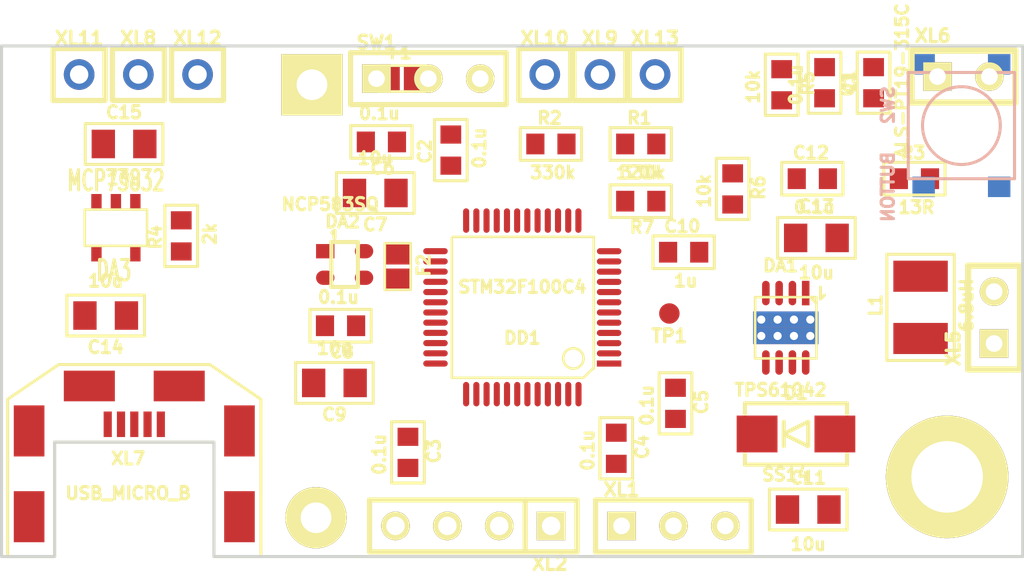
<source format=kicad_pcb>
(kicad_pcb (version 3) (host pcbnew "(2013-05-16 BZR 4016)-stable")

  (general
    (links 114)
    (no_connects 112)
    (area 117.424999 124.424999 167.575001 149.575001)
    (thickness 1.6)
    (drawings 9)
    (tracks 0)
    (zones 0)
    (modules 48)
    (nets 23)
  )

  (page A3)
  (layers
    (15 F.Cu signal)
    (0 B.Cu signal)
    (16 B.Adhes user)
    (17 F.Adhes user)
    (18 B.Paste user)
    (19 F.Paste user)
    (20 B.SilkS user)
    (21 F.SilkS user)
    (22 B.Mask user)
    (23 F.Mask user)
    (24 Dwgs.User user)
    (25 Cmts.User user)
    (26 Eco1.User user)
    (27 Eco2.User user)
    (28 Edge.Cuts user)
  )

  (setup
    (last_trace_width 0.254)
    (trace_clearance 0.254)
    (zone_clearance 0.508)
    (zone_45_only no)
    (trace_min 0.254)
    (segment_width 0.2)
    (edge_width 0.15)
    (via_size 0.889)
    (via_drill 0.635)
    (via_min_size 0.889)
    (via_min_drill 0.508)
    (uvia_size 0.508)
    (uvia_drill 0.127)
    (uvias_allowed no)
    (uvia_min_size 0.508)
    (uvia_min_drill 0.127)
    (pcb_text_width 0.3)
    (pcb_text_size 1.5 1.5)
    (mod_edge_width 0.15)
    (mod_text_size 1.5 1.5)
    (mod_text_width 0.15)
    (pad_size 1.4 1.4)
    (pad_drill 0.6)
    (pad_to_mask_clearance 0.2)
    (aux_axis_origin 0 0)
    (visible_elements 7FFFFBFF)
    (pcbplotparams
      (layerselection 3178497)
      (usegerberextensions true)
      (excludeedgelayer true)
      (linewidth 0.150000)
      (plotframeref false)
      (viasonmask false)
      (mode 1)
      (useauxorigin false)
      (hpglpennumber 1)
      (hpglpenspeed 20)
      (hpglpendiameter 15)
      (hpglpenoverlay 2)
      (psnegative false)
      (psa4output false)
      (plotreference true)
      (plotvalue true)
      (plotothertext true)
      (plotinvisibletext false)
      (padsonsilk false)
      (subtractmaskfromsilk false)
      (outputformat 1)
      (mirror false)
      (drillshape 1)
      (scaleselection 1)
      (outputdirectory ""))
  )

  (net 0 "")
  (net 1 +3.3V)
  (net 2 +5V)
  (net 3 +BATT)
  (net 4 /BAT_IN)
  (net 5 /BTN)
  (net 6 /Charge)
  (net 7 /FB)
  (net 8 /RX)
  (net 9 /SB_SWCLK)
  (net 10 /SB_SWDAT)
  (net 11 /TX)
  (net 12 GND)
  (net 13 N-0000017)
  (net 14 N-0000018)
  (net 15 N-0000020)
  (net 16 N-0000021)
  (net 17 N-0000022)
  (net 18 N-0000024)
  (net 19 N-000003)
  (net 20 N-000004)
  (net 21 N-000005)
  (net 22 N-000006)

  (net_class Default "This is the default net class."
    (clearance 0.254)
    (trace_width 0.254)
    (via_dia 0.889)
    (via_drill 0.635)
    (uvia_dia 0.508)
    (uvia_drill 0.127)
    (add_net "")
    (add_net +3.3V)
    (add_net +5V)
    (add_net +BATT)
    (add_net /BAT_IN)
    (add_net /BTN)
    (add_net /Charge)
    (add_net /FB)
    (add_net /RX)
    (add_net /SB_SWCLK)
    (add_net /SB_SWDAT)
    (add_net /TX)
    (add_net GND)
    (add_net N-0000017)
    (add_net N-0000018)
    (add_net N-0000020)
    (add_net N-0000021)
    (add_net N-0000022)
    (add_net N-0000024)
    (add_net N-000003)
    (add_net N-000004)
    (add_net N-000005)
    (add_net N-000006)
  )

  (module USBmicro_MOLEX_WM17142 (layer F.Cu) (tedit 51E2BEEB) (tstamp 51E2B1F1)
    (at 124 143.9 90)
    (descr "Molex uUSB, PCB cut needed")
    (path /51E2D2D1)
    (fp_text reference XL7 (at -0.8 -0.3 180) (layer F.SilkS)
      (effects (font (size 0.6 0.6) (thickness 0.15)))
    )
    (fp_text value USB_MICRO_B (at -2.5 -0.3 180) (layer F.SilkS)
      (effects (font (size 0.6 0.6) (thickness 0.15)))
    )
    (fp_line (start -5.6 -3.9) (end -5.6 -6.2) (layer F.SilkS) (width 0.15))
    (fp_line (start -5.6 -6.2) (end 2.1 -6.2) (layer F.SilkS) (width 0.15))
    (fp_line (start 2.1 -6.2) (end 3.8 -3.7) (layer F.SilkS) (width 0.15))
    (fp_line (start 3.8 -3.7) (end 3.8 3.7) (layer F.SilkS) (width 0.15))
    (fp_line (start 3.8 3.7) (end 2.1 6.2) (layer F.SilkS) (width 0.15))
    (fp_line (start 2.1 6.2) (end -5.6 6.2) (layer F.SilkS) (width 0.15))
    (fp_line (start -5.6 6.2) (end -5.6 3.9) (layer F.SilkS) (width 0.15))
    (fp_line (start -5.6 -3.9) (end 0 -3.9) (layer F.SilkS) (width 0.15))
    (fp_line (start 0 -3.9) (end 0 3.9) (layer F.SilkS) (width 0.15))
    (fp_line (start 0 3.9) (end -5.6 3.9) (layer F.SilkS) (width 0.15))
    (pad SHLD smd rect (at -3.65 -5.15 90) (size 2.5 1.5)
      (layers F.Cu F.Paste F.Mask)
      (net 12 GND)
    )
    (pad SHLD smd rect (at -3.65 5.15 90) (size 2.5 1.5)
      (layers F.Cu F.Paste F.Mask)
      (net 12 GND)
    )
    (pad SHLD smd rect (at 0.55 -5.15 90) (size 2.5 1.5)
      (layers F.Cu F.Paste F.Mask)
      (net 12 GND)
    )
    (pad SHLD smd rect (at 0.55 5.15 90) (size 2.5 1.5)
      (layers F.Cu F.Paste F.Mask)
      (net 12 GND)
    )
    (pad SHLD smd rect (at 2.75 -2.2 180) (size 2.5 1.5)
      (layers F.Cu F.Paste F.Mask)
      (net 12 GND)
    )
    (pad SHLD smd rect (at 2.75 2.2 180) (size 2.5 1.5)
      (layers F.Cu F.Paste F.Mask)
      (net 12 GND)
    )
    (pad 1 smd rect (at 0.875 -1.3 90) (size 1.25 0.4)
      (layers F.Cu F.Paste F.Mask)
      (net 2 +5V)
    )
    (pad 2 smd rect (at 0.875 -0.65 90) (size 1.25 0.4)
      (layers F.Cu F.Paste F.Mask)
    )
    (pad 3 smd rect (at 0.875 0 90) (size 1.25 0.4)
      (layers F.Cu F.Paste F.Mask)
    )
    (pad 4 smd rect (at 0.875 0.65 90) (size 1.25 0.4)
      (layers F.Cu F.Paste F.Mask)
      (net 12 GND)
    )
    (pad 5 smd rect (at 0.875 1.3 90) (size 1.25 0.4)
      (layers F.Cu F.Paste F.Mask)
      (net 12 GND)
    )
  )

  (module TESTPOINT_1MM (layer F.Cu) (tedit 4CE9A986) (tstamp 51E2B1F6)
    (at 150.2 137.6)
    (path /5102E827)
    (fp_text reference TP1 (at 0 1.09982) (layer F.SilkS)
      (effects (font (size 0.635 0.635) (thickness 0.16002)))
    )
    (fp_text value TESTPOINT (at 0 -0.89916) (layer F.SilkS) hide
      (effects (font (size 0.127 0.127) (thickness 0.00254)))
    )
    (pad 1 smd circle (at 0 0) (size 1.00076 1.524)
      (layers F.Cu F.Paste F.Mask)
      (net 20 N-000004)
    )
  )

  (module SOT23-5 (layer F.Cu) (tedit 4FFB44DF) (tstamp 51E2B203)
    (at 123.1 133.4 180)
    (descr SOT23-5)
    (path /51E2C610)
    (attr smd)
    (fp_text reference DA3 (at 0.09906 -2.10058 180) (layer F.SilkS)
      (effects (font (size 1.00076 0.59944) (thickness 0.14986)))
    )
    (fp_text value MCP73832 (at 0 2.30124 180) (layer F.SilkS)
      (effects (font (size 1.00076 0.59944) (thickness 0.14986)))
    )
    (fp_line (start 1.524 -0.889) (end 1.524 0.889) (layer F.SilkS) (width 0.127))
    (fp_line (start 1.524 0.889) (end -1.524 0.889) (layer F.SilkS) (width 0.127))
    (fp_line (start -1.524 0.889) (end -1.524 -0.889) (layer F.SilkS) (width 0.127))
    (fp_line (start -1.524 -0.889) (end 1.524 -0.889) (layer F.SilkS) (width 0.127))
    (pad 1 smd rect (at -0.9525 1.27 180) (size 0.508 0.762)
      (layers F.Cu F.Paste F.Mask)
      (net 6 /Charge)
    )
    (pad 3 smd rect (at 0.9525 1.27 180) (size 0.508 0.762)
      (layers F.Cu F.Paste F.Mask)
      (net 3 +BATT)
    )
    (pad 5 smd rect (at -0.9525 -1.27 180) (size 0.508 0.762)
      (layers F.Cu F.Paste F.Mask)
      (net 22 N-000006)
    )
    (pad 2 smd rect (at 0 1.27 180) (size 0.508 0.762)
      (layers F.Cu F.Paste F.Mask)
      (net 12 GND)
    )
    (pad 4 smd rect (at 0.9525 -1.27 180) (size 0.508 0.762)
      (layers F.Cu F.Paste F.Mask)
      (net 2 +5V)
    )
    (model 3d\sot23-5.wrl
      (at (xyz 0 0 0))
      (scale (xyz 1 1 1))
      (rotate (xyz 0 0 0))
    )
  )

  (module SMD0603_FUSE (layer F.Cu) (tedit 518CFA58) (tstamp 51E2B20D)
    (at 137.1 126.1)
    (path /518BEE94)
    (attr smd)
    (fp_text reference F1 (at -0.0635 -1.27) (layer F.SilkS)
      (effects (font (size 0.6 0.6) (thickness 0.15)))
    )
    (fp_text value FUSE0R (at 0 0) (layer F.SilkS) hide
      (effects (font (size 0.7112 0.4572) (thickness 0.1143)))
    )
    (fp_line (start -1.143 -0.635) (end 1.143 -0.635) (layer F.SilkS) (width 0.127))
    (fp_line (start 1.143 -0.635) (end 1.143 0.635) (layer F.SilkS) (width 0.127))
    (fp_line (start 1.143 0.635) (end -1.143 0.635) (layer F.SilkS) (width 0.127))
    (fp_line (start -1.143 0.635) (end -1.143 -0.635) (layer F.SilkS) (width 0.127))
    (pad 1 smd rect (at -0.58928 0) (size 0.98044 1.143)
      (layers F.Cu F.Paste F.Mask)
      (net 4 /BAT_IN)
    )
    (pad 2 smd rect (at 0.58928 0) (size 0.98044 1.143)
      (layers F.Cu F.Paste F.Mask)
      (net 3 +BATT)
    )
    (model wings\smd\capacitors\C0603.wrl
      (at (xyz 0 0 0))
      (scale (xyz 1 1 1))
      (rotate (xyz 0 0 0))
    )
  )

  (module SMD0603_FUSE (layer F.Cu) (tedit 518CFA58) (tstamp 51E2B217)
    (at 136.9 135.3 270)
    (path /51E1315F)
    (attr smd)
    (fp_text reference F2 (at -0.0635 -1.27 270) (layer F.SilkS)
      (effects (font (size 0.6 0.6) (thickness 0.15)))
    )
    (fp_text value FUSE0R (at 0 0 270) (layer F.SilkS) hide
      (effects (font (size 0.7112 0.4572) (thickness 0.1143)))
    )
    (fp_line (start -1.143 -0.635) (end 1.143 -0.635) (layer F.SilkS) (width 0.127))
    (fp_line (start 1.143 -0.635) (end 1.143 0.635) (layer F.SilkS) (width 0.127))
    (fp_line (start 1.143 0.635) (end -1.143 0.635) (layer F.SilkS) (width 0.127))
    (fp_line (start -1.143 0.635) (end -1.143 -0.635) (layer F.SilkS) (width 0.127))
    (pad 1 smd rect (at -0.58928 0 270) (size 0.98044 1.143)
      (layers F.Cu F.Paste F.Mask)
      (net 3 +BATT)
    )
    (pad 2 smd rect (at 0.58928 0 270) (size 0.98044 1.143)
      (layers F.Cu F.Paste F.Mask)
      (net 1 +3.3V)
    )
    (model wings\smd\capacitors\C0603.wrl
      (at (xyz 0 0 0))
      (scale (xyz 1 1 1))
      (rotate (xyz 0 0 0))
    )
  )

  (module SIL1_SQUARE_1MM5 (layer F.Cu) (tedit 4EBAEFF5) (tstamp 51E2B21C)
    (at 132.7 126.4)
    (descr "Connecteurs 2 pins")
    (tags "CONN DEV")
    (path /4F2E5201)
    (fp_text reference XL3 (at 0 -1.778) (layer F.SilkS) hide
      (effects (font (size 0.14986 0.14986) (thickness 0.0381)))
    )
    (fp_text value CONN_1 (at 0 2.032) (layer F.SilkS) hide
      (effects (font (size 0.635 0.635) (thickness 0.16002)))
    )
    (pad 1 thru_hole rect (at 0 0) (size 2.99974 2.99974) (drill 1.50114)
      (layers *.Cu *.Mask F.SilkS)
      (net 4 /BAT_IN)
    )
  )

  (module SIL1_ROUND_1MM5 (layer F.Cu) (tedit 4EBAEFCE) (tstamp 51E2B221)
    (at 132.9 147.6)
    (descr "Connecteurs 2 pins")
    (tags "CONN DEV")
    (path /4F2E5204)
    (fp_text reference XL4 (at 0 -1.778) (layer F.SilkS) hide
      (effects (font (size 0.14986 0.14986) (thickness 0.0381)))
    )
    (fp_text value CONN_1 (at 0 2.032) (layer F.SilkS) hide
      (effects (font (size 0.635 0.635) (thickness 0.16002)))
    )
    (pad 1 thru_hole circle (at 0 0) (size 2.99974 2.99974) (drill 1.50114)
      (layers *.Cu *.Mask F.SilkS)
      (net 12 GND)
    )
  )

  (module SIL-4 (layer F.Cu) (tedit 4EBAF149) (tstamp 51E2B22E)
    (at 140.6 148 180)
    (descr "Single-line connector 4-pin")
    (path /5102DCE1)
    (fp_text reference XL2 (at -3.74904 -1.84912 180) (layer F.SilkS)
      (effects (font (size 0.635 0.635) (thickness 0.16002)))
    )
    (fp_text value ST_SWD (at 3.59918 -1.84912 180) (layer F.SilkS) hide
      (effects (font (size 0.635 0.635) (thickness 0.16002)))
    )
    (fp_line (start -2.54 -1.27) (end -2.54 1.27) (layer F.SilkS) (width 0.254))
    (fp_line (start -5.08 -1.27) (end 5.08 -1.27) (layer F.SilkS) (width 0.254))
    (fp_line (start 5.08 -1.27) (end 5.08 1.27) (layer F.SilkS) (width 0.254))
    (fp_line (start 5.08 1.27) (end -5.08 1.27) (layer F.SilkS) (width 0.254))
    (fp_line (start -5.08 1.27) (end -5.08 -1.27) (layer F.SilkS) (width 0.254))
    (pad 1 thru_hole rect (at -3.81 0 180) (size 1.39954 1.39954) (drill 0.89916)
      (layers *.Cu *.Mask F.SilkS)
      (net 1 +3.3V)
    )
    (pad 2 thru_hole circle (at -1.27 0 180) (size 1.39954 1.39954) (drill 0.89916)
      (layers *.Cu *.Mask F.SilkS)
      (net 9 /SB_SWCLK)
    )
    (pad 3 thru_hole circle (at 1.27 0 180) (size 1.39954 1.39954) (drill 0.89916)
      (layers *.Cu *.Mask F.SilkS)
      (net 12 GND)
    )
    (pad 4 thru_hole circle (at 3.81 0 180) (size 1.39954 1.39954) (drill 0.89916)
      (layers *.Cu *.Mask F.SilkS)
      (net 10 /SB_SWDAT)
    )
  )

  (module SIL-3 (layer F.Cu) (tedit 4D35A701) (tstamp 51E2B239)
    (at 150.4 148)
    (descr "Connector 3-pin")
    (path /5102E2EE)
    (fp_text reference XL1 (at -2.54 -1.778) (layer F.SilkS)
      (effects (font (size 0.635 0.635) (thickness 0.16002)))
    )
    (fp_text value CONN_3 (at 2.286 -1.778) (layer F.SilkS) hide
      (effects (font (size 0.635 0.635) (thickness 0.16002)))
    )
    (fp_line (start -3.81 -1.27) (end 3.81 -1.27) (layer F.SilkS) (width 0.254))
    (fp_line (start 3.81 -1.27) (end 3.81 1.27) (layer F.SilkS) (width 0.254))
    (fp_line (start 3.81 1.27) (end -3.81 1.27) (layer F.SilkS) (width 0.254))
    (fp_line (start -3.81 1.27) (end -3.81 -1.27) (layer F.SilkS) (width 0.254))
    (pad 1 thru_hole rect (at -2.54 0) (size 1.397 1.397) (drill 0.8128)
      (layers *.Cu *.Mask F.SilkS)
      (net 8 /RX)
    )
    (pad 2 thru_hole circle (at 0 0) (size 1.397 1.397) (drill 0.8128)
      (layers *.Cu *.Mask F.SilkS)
      (net 11 /TX)
    )
    (pad 3 thru_hole circle (at 2.54 0) (size 1.397 1.397) (drill 0.8128)
      (layers *.Cu *.Mask F.SilkS)
      (net 12 GND)
    )
  )

  (module SIL-3 (layer F.Cu) (tedit 4D35A701) (tstamp 51E2B244)
    (at 138.4 126.1)
    (descr "Connector 3-pin")
    (path /518BED9C)
    (fp_text reference SW1 (at -2.54 -1.778) (layer F.SilkS)
      (effects (font (size 0.635 0.635) (thickness 0.16002)))
    )
    (fp_text value SWITCH (at 2.286 -1.778) (layer F.SilkS) hide
      (effects (font (size 0.635 0.635) (thickness 0.16002)))
    )
    (fp_line (start -3.81 -1.27) (end 3.81 -1.27) (layer F.SilkS) (width 0.254))
    (fp_line (start 3.81 -1.27) (end 3.81 1.27) (layer F.SilkS) (width 0.254))
    (fp_line (start 3.81 1.27) (end -3.81 1.27) (layer F.SilkS) (width 0.254))
    (fp_line (start -3.81 1.27) (end -3.81 -1.27) (layer F.SilkS) (width 0.254))
    (pad 1 thru_hole rect (at -2.54 0) (size 1.397 1.397) (drill 0.8128)
      (layers *.Cu *.Mask F.SilkS)
      (net 4 /BAT_IN)
    )
    (pad 2 thru_hole circle (at 0 0) (size 1.397 1.397) (drill 0.8128)
      (layers *.Cu *.Mask F.SilkS)
      (net 3 +BATT)
    )
    (pad 3 thru_hole circle (at 2.54 0) (size 1.397 1.397) (drill 0.8128)
      (layers *.Cu *.Mask F.SilkS)
    )
  )

  (module SIL-2 (layer F.Cu) (tedit 4CE6706A) (tstamp 51E2B24E)
    (at 164.6 126)
    (descr "Connecteurs 2 pins")
    (tags "CONN DEV")
    (path /51E14234)
    (fp_text reference XL6 (at -1.50114 -1.99898) (layer F.SilkS)
      (effects (font (size 0.635 0.635) (thickness 0.16002)))
    )
    (fp_text value CONN_2 (at 1.50114 -1.99898) (layer F.SilkS) hide
      (effects (font (size 0.635 0.635) (thickness 0.16002)))
    )
    (fp_line (start -2.54 1.27) (end -2.54 -1.27) (layer F.SilkS) (width 0.3048))
    (fp_line (start -2.54 -1.27) (end 2.54 -1.27) (layer F.SilkS) (width 0.3048))
    (fp_line (start 2.54 -1.27) (end 2.54 1.27) (layer F.SilkS) (width 0.3048))
    (fp_line (start 2.54 1.27) (end -2.54 1.27) (layer F.SilkS) (width 0.3048))
    (pad 1 thru_hole rect (at -1.27 0) (size 1.397 1.397) (drill 0.8128)
      (layers *.Cu *.Mask F.SilkS)
      (net 5 /BTN)
    )
    (pad 2 thru_hole circle (at 1.27 0) (size 1.397 1.397) (drill 0.8128)
      (layers *.Cu *.Mask F.SilkS)
      (net 12 GND)
    )
  )

  (module SIL-2 (layer F.Cu) (tedit 4CE6706A) (tstamp 51E2B258)
    (at 166.1 137.8 90)
    (descr "Connecteurs 2 pins")
    (tags "CONN DEV")
    (path /51E14080)
    (fp_text reference XL5 (at -1.50114 -1.99898 90) (layer F.SilkS)
      (effects (font (size 0.635 0.635) (thickness 0.16002)))
    )
    (fp_text value CONN_2 (at 1.50114 -1.99898 90) (layer F.SilkS) hide
      (effects (font (size 0.635 0.635) (thickness 0.16002)))
    )
    (fp_line (start -2.54 1.27) (end -2.54 -1.27) (layer F.SilkS) (width 0.3048))
    (fp_line (start -2.54 -1.27) (end 2.54 -1.27) (layer F.SilkS) (width 0.3048))
    (fp_line (start 2.54 -1.27) (end 2.54 1.27) (layer F.SilkS) (width 0.3048))
    (fp_line (start 2.54 1.27) (end -2.54 1.27) (layer F.SilkS) (width 0.3048))
    (pad 1 thru_hole rect (at -1.27 0 90) (size 1.397 1.397) (drill 0.8128)
      (layers *.Cu *.Mask F.SilkS)
      (net 17 N-0000022)
    )
    (pad 2 thru_hole circle (at 1.27 0 90) (size 1.397 1.397) (drill 0.8128)
      (layers *.Cu *.Mask F.SilkS)
      (net 16 N-0000021)
    )
  )

  (module SC82AB (layer F.Cu) (tedit 5047C523) (tstamp 51E2B267)
    (at 134.3 135.2)
    (path /51E12F9B)
    (fp_text reference DA2 (at -0.09906 -2.10058) (layer F.SilkS)
      (effects (font (size 0.59944 0.59944) (thickness 0.14986)))
    )
    (fp_text value NCP583SQ (at -0.70104 -2.94894) (layer F.SilkS)
      (effects (font (size 0.59944 0.59944) (thickness 0.14986)))
    )
    (fp_line (start -0.50038 -1.30048) (end -0.50038 -1.651) (layer F.SilkS) (width 0.20066))
    (fp_line (start -0.50038 -1.651) (end -0.59944 -1.5494) (layer F.SilkS) (width 0.20066))
    (fp_line (start -0.65024 0) (end -0.65024 -1.09982) (layer F.SilkS) (width 0.20066))
    (fp_line (start -0.65024 -1.09982) (end 0.65024 -1.09982) (layer F.SilkS) (width 0.20066))
    (fp_line (start 0.65024 -1.09982) (end 0.65024 1.09982) (layer F.SilkS) (width 0.20066))
    (fp_line (start 0.65024 1.09982) (end -0.65024 1.09982) (layer F.SilkS) (width 0.20066))
    (fp_line (start -0.65024 1.09982) (end -0.65024 0) (layer F.SilkS) (width 0.20066))
    (pad 1 smd rect (at -0.94996 -0.65024) (size 0.89916 0.70104)
      (layers F.Cu F.Paste F.Mask)
      (net 3 +BATT)
    )
    (pad 2 smd oval (at -0.94996 0.65024) (size 0.89916 0.70104)
      (layers F.Cu F.Paste F.Mask)
      (net 12 GND)
    )
    (pad 3 smd oval (at 0.94996 0.65024) (size 0.89916 0.70104)
      (layers F.Cu F.Paste F.Mask)
      (net 1 +3.3V)
    )
    (pad 4 smd oval (at 0.94996 -0.65024) (size 0.89916 0.70104)
      (layers F.Cu F.Paste F.Mask)
      (net 3 +BATT)
    )
  )

  (module RES_0603 (layer F.Cu) (tedit 518CEC2B) (tstamp 51E2B272)
    (at 126.3 133.8 90)
    (path /51E2C630)
    (attr smd)
    (fp_text reference R4 (at -0.0635 -1.27 90) (layer F.SilkS)
      (effects (font (size 0.6 0.6) (thickness 0.15)))
    )
    (fp_text value 2k (at 0.09906 1.39954 90) (layer F.SilkS)
      (effects (font (size 0.6 0.6) (thickness 0.15)))
    )
    (fp_line (start -1.5 0) (end -1.5 -0.8) (layer F.SilkS) (width 0.15))
    (fp_line (start -1.5 -0.8) (end 1.5 -0.8) (layer F.SilkS) (width 0.15))
    (fp_line (start 1.5 -0.8) (end 1.5 0.8) (layer F.SilkS) (width 0.15))
    (fp_line (start 1.5 0.8) (end -1.5 0.8) (layer F.SilkS) (width 0.15))
    (fp_line (start -1.5 0.8) (end -1.5 0) (layer F.SilkS) (width 0.15))
    (pad 1 smd rect (at -0.762 0 90) (size 0.889 1.016)
      (layers F.Cu F.Paste F.Mask)
      (net 22 N-000006)
    )
    (pad 2 smd rect (at 0.762 0 90) (size 0.889 1.016)
      (layers F.Cu F.Paste F.Mask)
      (net 12 GND)
    )
    (model 3d\r_0603.wrl
      (at (xyz 0 0 0))
      (scale (xyz 1 1 1))
      (rotate (xyz 0 0 0))
    )
  )

  (module RES_0603 (layer F.Cu) (tedit 518CEC2B) (tstamp 51E2B27D)
    (at 162.2 131)
    (path /51E13D2B)
    (attr smd)
    (fp_text reference R3 (at -0.0635 -1.27) (layer F.SilkS)
      (effects (font (size 0.6 0.6) (thickness 0.15)))
    )
    (fp_text value 13R (at 0.09906 1.39954) (layer F.SilkS)
      (effects (font (size 0.6 0.6) (thickness 0.15)))
    )
    (fp_line (start -1.5 0) (end -1.5 -0.8) (layer F.SilkS) (width 0.15))
    (fp_line (start -1.5 -0.8) (end 1.5 -0.8) (layer F.SilkS) (width 0.15))
    (fp_line (start 1.5 -0.8) (end 1.5 0.8) (layer F.SilkS) (width 0.15))
    (fp_line (start 1.5 0.8) (end -1.5 0.8) (layer F.SilkS) (width 0.15))
    (fp_line (start -1.5 0.8) (end -1.5 0) (layer F.SilkS) (width 0.15))
    (pad 1 smd rect (at -0.762 0) (size 0.889 1.016)
      (layers F.Cu F.Paste F.Mask)
      (net 14 N-0000018)
    )
    (pad 2 smd rect (at 0.762 0) (size 0.889 1.016)
      (layers F.Cu F.Paste F.Mask)
      (net 12 GND)
    )
    (model 3d\r_0603.wrl
      (at (xyz 0 0 0))
      (scale (xyz 1 1 1))
      (rotate (xyz 0 0 0))
    )
  )

  (module RES_0603 (layer F.Cu) (tedit 518CEC2B) (tstamp 51E2B288)
    (at 144.4 129.3)
    (path /518BC2F7)
    (attr smd)
    (fp_text reference R2 (at -0.0635 -1.27) (layer F.SilkS)
      (effects (font (size 0.6 0.6) (thickness 0.15)))
    )
    (fp_text value 330k (at 0.09906 1.39954) (layer F.SilkS)
      (effects (font (size 0.6 0.6) (thickness 0.15)))
    )
    (fp_line (start -1.5 0) (end -1.5 -0.8) (layer F.SilkS) (width 0.15))
    (fp_line (start -1.5 -0.8) (end 1.5 -0.8) (layer F.SilkS) (width 0.15))
    (fp_line (start 1.5 -0.8) (end 1.5 0.8) (layer F.SilkS) (width 0.15))
    (fp_line (start 1.5 0.8) (end -1.5 0.8) (layer F.SilkS) (width 0.15))
    (fp_line (start -1.5 0.8) (end -1.5 0) (layer F.SilkS) (width 0.15))
    (pad 1 smd rect (at -0.762 0) (size 0.889 1.016)
      (layers F.Cu F.Paste F.Mask)
      (net 3 +BATT)
    )
    (pad 2 smd rect (at 0.762 0) (size 0.889 1.016)
      (layers F.Cu F.Paste F.Mask)
      (net 21 N-000005)
    )
    (model 3d\r_0603.wrl
      (at (xyz 0 0 0))
      (scale (xyz 1 1 1))
      (rotate (xyz 0 0 0))
    )
  )

  (module RES_0603 (layer F.Cu) (tedit 518CEC2B) (tstamp 51E2B293)
    (at 160.2 126.3 90)
    (path /5102E147)
    (attr smd)
    (fp_text reference Q1 (at -0.0635 -1.27 90) (layer F.SilkS)
      (effects (font (size 0.6 0.6) (thickness 0.15)))
    )
    (fp_text value ALS-PT19-315C (at 0.09906 1.39954 90) (layer F.SilkS)
      (effects (font (size 0.6 0.6) (thickness 0.15)))
    )
    (fp_line (start -1.5 0) (end -1.5 -0.8) (layer F.SilkS) (width 0.15))
    (fp_line (start -1.5 -0.8) (end 1.5 -0.8) (layer F.SilkS) (width 0.15))
    (fp_line (start 1.5 -0.8) (end 1.5 0.8) (layer F.SilkS) (width 0.15))
    (fp_line (start 1.5 0.8) (end -1.5 0.8) (layer F.SilkS) (width 0.15))
    (fp_line (start -1.5 0.8) (end -1.5 0) (layer F.SilkS) (width 0.15))
    (pad 1 smd rect (at -0.762 0 90) (size 0.889 1.016)
      (layers F.Cu F.Paste F.Mask)
      (net 1 +3.3V)
    )
    (pad 2 smd rect (at 0.762 0 90) (size 0.889 1.016)
      (layers F.Cu F.Paste F.Mask)
      (net 19 N-000003)
    )
    (model 3d\r_0603.wrl
      (at (xyz 0 0 0))
      (scale (xyz 1 1 1))
      (rotate (xyz 0 0 0))
    )
  )

  (module RES_0603 (layer F.Cu) (tedit 518CEC2B) (tstamp 51E2B29E)
    (at 155.7 126.4 270)
    (path /5102E173)
    (attr smd)
    (fp_text reference R5 (at -0.0635 -1.27 270) (layer F.SilkS)
      (effects (font (size 0.6 0.6) (thickness 0.15)))
    )
    (fp_text value 10k (at 0.09906 1.39954 270) (layer F.SilkS)
      (effects (font (size 0.6 0.6) (thickness 0.15)))
    )
    (fp_line (start -1.5 0) (end -1.5 -0.8) (layer F.SilkS) (width 0.15))
    (fp_line (start -1.5 -0.8) (end 1.5 -0.8) (layer F.SilkS) (width 0.15))
    (fp_line (start 1.5 -0.8) (end 1.5 0.8) (layer F.SilkS) (width 0.15))
    (fp_line (start 1.5 0.8) (end -1.5 0.8) (layer F.SilkS) (width 0.15))
    (fp_line (start -1.5 0.8) (end -1.5 0) (layer F.SilkS) (width 0.15))
    (pad 1 smd rect (at -0.762 0 270) (size 0.889 1.016)
      (layers F.Cu F.Paste F.Mask)
      (net 19 N-000003)
    )
    (pad 2 smd rect (at 0.762 0 270) (size 0.889 1.016)
      (layers F.Cu F.Paste F.Mask)
      (net 12 GND)
    )
    (model 3d\r_0603.wrl
      (at (xyz 0 0 0))
      (scale (xyz 1 1 1))
      (rotate (xyz 0 0 0))
    )
  )

  (module RES_0603 (layer F.Cu) (tedit 518CEC2B) (tstamp 51E2B2A9)
    (at 148.8 129.3)
    (path /51E13249)
    (attr smd)
    (fp_text reference R1 (at -0.0635 -1.27) (layer F.SilkS)
      (effects (font (size 0.6 0.6) (thickness 0.15)))
    )
    (fp_text value 330k (at 0.09906 1.39954) (layer F.SilkS)
      (effects (font (size 0.6 0.6) (thickness 0.15)))
    )
    (fp_line (start -1.5 0) (end -1.5 -0.8) (layer F.SilkS) (width 0.15))
    (fp_line (start -1.5 -0.8) (end 1.5 -0.8) (layer F.SilkS) (width 0.15))
    (fp_line (start 1.5 -0.8) (end 1.5 0.8) (layer F.SilkS) (width 0.15))
    (fp_line (start 1.5 0.8) (end -1.5 0.8) (layer F.SilkS) (width 0.15))
    (fp_line (start -1.5 0.8) (end -1.5 0) (layer F.SilkS) (width 0.15))
    (pad 1 smd rect (at -0.762 0) (size 0.889 1.016)
      (layers F.Cu F.Paste F.Mask)
      (net 21 N-000005)
    )
    (pad 2 smd rect (at 0.762 0) (size 0.889 1.016)
      (layers F.Cu F.Paste F.Mask)
      (net 12 GND)
    )
    (model 3d\r_0603.wrl
      (at (xyz 0 0 0))
      (scale (xyz 1 1 1))
      (rotate (xyz 0 0 0))
    )
  )

  (module LQFP48 (layer F.Cu) (tedit 51E2B2D6) (tstamp 51E2B2E3)
    (at 143 137.3 180)
    (path /518BB5F0)
    (fp_text reference DD1 (at 0 -1.5 180) (layer F.SilkS)
      (effects (font (size 0.59944 0.59944) (thickness 0.14986)))
    )
    (fp_text value STM32F100C4 (at 0 1 180) (layer F.SilkS)
      (effects (font (size 0.59944 0.59944) (thickness 0.14986)))
    )
    (fp_line (start 3.39852 3.44932) (end -3.50012 3.44932) (layer F.SilkS) (width 0.127))
    (fp_line (start -3.50012 3.44932) (end -3.50012 -2.99974) (layer F.SilkS) (width 0.127))
    (fp_line (start -3.44932 -2.99974) (end -2.99974 -3.44932) (layer F.SilkS) (width 0.127))
    (fp_line (start -2.99974 -3.44932) (end 3.44932 -3.44932) (layer F.SilkS) (width 0.127))
    (fp_line (start 3.44932 -3.44932) (end 3.44932 3.40106) (layer F.SilkS) (width 0.127))
    (fp_circle (center -2.49936 -2.49936) (end -1.99898 -2.49936) (layer F.SilkS) (width 0.127))
    (pad 1 smd rect (at -4.24942 -2.75082 180) (size 1.19888 0.29972)
      (layers F.Cu F.Paste F.Mask)
      (net 1 +3.3V)
    )
    (pad 2 smd oval (at -4.24942 -2.25298 180) (size 1.19888 0.29972)
      (layers F.Cu F.Paste F.Mask)
    )
    (pad 3 smd oval (at -4.24942 -1.7526 180) (size 1.19888 0.29972)
      (layers F.Cu F.Paste F.Mask)
    )
    (pad 4 smd oval (at -4.24942 -1.25222 180) (size 1.19888 0.29972)
      (layers F.Cu F.Paste F.Mask)
    )
    (pad 5 smd oval (at -4.24942 -0.75184 180) (size 1.19888 0.29972)
      (layers F.Cu F.Paste F.Mask)
    )
    (pad 6 smd oval (at -4.24942 -0.25146 180) (size 1.19888 0.29972)
      (layers F.Cu F.Paste F.Mask)
    )
    (pad 7 smd oval (at -4.24942 0.24892 180) (size 1.19888 0.29972)
      (layers F.Cu F.Paste F.Mask)
      (net 20 N-000004)
    )
    (pad 8 smd oval (at -4.24942 0.7493 180) (size 1.19888 0.29972)
      (layers F.Cu F.Paste F.Mask)
      (net 12 GND)
    )
    (pad 9 smd oval (at -4.24942 1.24714 180) (size 1.19888 0.29972)
      (layers F.Cu F.Paste F.Mask)
      (net 1 +3.3V)
    )
    (pad 10 smd oval (at -4.24942 1.74752 180) (size 1.19888 0.29972)
      (layers F.Cu F.Paste F.Mask)
      (net 5 /BTN)
    )
    (pad 11 smd oval (at -4.24942 2.2479 180) (size 1.19888 0.29972)
      (layers F.Cu F.Paste F.Mask)
      (net 15 N-0000020)
    )
    (pad 12 smd oval (at -4.25196 2.74828 180) (size 1.19888 0.29972)
      (layers F.Cu F.Paste F.Mask)
    )
    (pad 13 smd oval (at -2.74574 4.24942 270) (size 1.19888 0.29972)
      (layers F.Cu F.Paste F.Mask)
    )
    (pad 14 smd oval (at -2.2479 4.24942 270) (size 1.19888 0.29972)
      (layers F.Cu F.Paste F.Mask)
      (net 7 /FB)
    )
    (pad 15 smd oval (at -1.74752 4.24942 270) (size 1.19888 0.29972)
      (layers F.Cu F.Paste F.Mask)
    )
    (pad 16 smd oval (at -1.24714 4.24942 270) (size 1.19888 0.29972)
      (layers F.Cu F.Paste F.Mask)
    )
    (pad 17 smd oval (at -0.74676 4.24942 270) (size 1.19888 0.29972)
      (layers F.Cu F.Paste F.Mask)
      (net 6 /Charge)
    )
    (pad 18 smd oval (at -0.24638 4.24942 270) (size 1.19888 0.29972)
      (layers F.Cu F.Paste F.Mask)
      (net 21 N-000005)
    )
    (pad 19 smd oval (at 0.254 4.24942 270) (size 1.19888 0.29972)
      (layers F.Cu F.Paste F.Mask)
      (net 19 N-000003)
    )
    (pad 20 smd oval (at 0.75184 4.24942 270) (size 1.19888 0.29972)
      (layers F.Cu F.Paste F.Mask)
    )
    (pad 21 smd oval (at 1.25222 4.24942 270) (size 1.19888 0.29972)
      (layers F.Cu F.Paste F.Mask)
    )
    (pad 22 smd oval (at 1.7526 4.24942 270) (size 1.19888 0.29972)
      (layers F.Cu F.Paste F.Mask)
    )
    (pad 23 smd oval (at 2.25044 4.24942 270) (size 1.19888 0.29972)
      (layers F.Cu F.Paste F.Mask)
      (net 12 GND)
    )
    (pad 24 smd oval (at 2.75082 4.24942 270) (size 1.19888 0.29972)
      (layers F.Cu F.Paste F.Mask)
      (net 1 +3.3V)
    )
    (pad 25 smd oval (at 4.25196 2.75082 180) (size 1.19888 0.29972)
      (layers F.Cu F.Paste F.Mask)
    )
    (pad 26 smd oval (at 4.25196 2.25044 180) (size 1.19888 0.29972)
      (layers F.Cu F.Paste F.Mask)
    )
    (pad 27 smd oval (at 4.25196 1.75006 180) (size 1.19888 0.29972)
      (layers F.Cu F.Paste F.Mask)
    )
    (pad 28 smd oval (at 4.25196 1.24968 180) (size 1.19888 0.29972)
      (layers F.Cu F.Paste F.Mask)
    )
    (pad 29 smd oval (at 4.25196 0.7493 180) (size 1.19888 0.29972)
      (layers F.Cu F.Paste F.Mask)
    )
    (pad 30 smd oval (at 4.25196 0.24892 180) (size 1.19888 0.29972)
      (layers F.Cu F.Paste F.Mask)
      (net 11 /TX)
    )
    (pad 31 smd oval (at 4.25196 -0.25146 180) (size 1.19888 0.29972)
      (layers F.Cu F.Paste F.Mask)
      (net 8 /RX)
    )
    (pad 32 smd oval (at 4.25196 -0.7493 180) (size 1.19888 0.29972)
      (layers F.Cu F.Paste F.Mask)
    )
    (pad 33 smd oval (at 4.25196 -1.24968 180) (size 1.19888 0.29972)
      (layers F.Cu F.Paste F.Mask)
    )
    (pad 34 smd oval (at 4.25196 -1.75006 180) (size 1.19888 0.29972)
      (layers F.Cu F.Paste F.Mask)
      (net 10 /SB_SWDAT)
    )
    (pad 35 smd oval (at 4.25196 -2.25044 180) (size 1.19888 0.29972)
      (layers F.Cu F.Paste F.Mask)
      (net 12 GND)
    )
    (pad 36 smd oval (at 4.25196 -2.75082 180) (size 1.19888 0.29972)
      (layers F.Cu F.Paste F.Mask)
      (net 1 +3.3V)
    )
    (pad 37 smd oval (at 2.75082 -4.24942 270) (size 1.19888 0.29972)
      (layers F.Cu F.Paste F.Mask)
      (net 9 /SB_SWCLK)
    )
    (pad 38 smd oval (at 2.25044 -4.24942 270) (size 1.19888 0.29972)
      (layers F.Cu F.Paste F.Mask)
    )
    (pad 39 smd oval (at 1.75006 -4.24942 270) (size 1.19888 0.29972)
      (layers F.Cu F.Paste F.Mask)
    )
    (pad 40 smd oval (at 1.24968 -4.24942 270) (size 1.19888 0.29972)
      (layers F.Cu F.Paste F.Mask)
    )
    (pad 41 smd oval (at 0.7493 -4.24942 270) (size 1.19888 0.29972)
      (layers F.Cu F.Paste F.Mask)
    )
    (pad 42 smd oval (at 0.24892 -4.24942 270) (size 1.19888 0.29972)
      (layers F.Cu F.Paste F.Mask)
    )
    (pad 43 smd oval (at -0.24892 -4.24942 270) (size 1.19888 0.29972)
      (layers F.Cu F.Paste F.Mask)
    )
    (pad 44 smd oval (at -0.7493 -4.24942 270) (size 1.19888 0.29972)
      (layers F.Cu F.Paste F.Mask)
      (net 12 GND)
    )
    (pad 45 smd oval (at -1.24968 -4.24942 270) (size 1.19888 0.29972)
      (layers F.Cu F.Paste F.Mask)
    )
    (pad 46 smd oval (at -1.75006 -4.24942 270) (size 1.19888 0.29972)
      (layers F.Cu F.Paste F.Mask)
    )
    (pad 47 smd oval (at -2.25044 -4.24942 270) (size 1.19888 0.29972)
      (layers F.Cu F.Paste F.Mask)
      (net 12 GND)
    )
    (pad 48 smd oval (at -2.75082 -4.24942 270) (size 1.19888 0.29972)
      (layers F.Cu F.Paste F.Mask)
      (net 1 +3.3V)
    )
    (model 3d\lqfp-48.wrl
      (at (xyz 0 0 0))
      (scale (xyz 1 1 1))
      (rotate (xyz 0 0 90))
    )
  )

  (module IND_1210 (layer F.Cu) (tedit 518CF862) (tstamp 51E2B2EE)
    (at 162.5 137.3 90)
    (path /51E13E37)
    (attr smd)
    (fp_text reference L1 (at 0.1 -2.2 90) (layer F.SilkS)
      (effects (font (size 0.6 0.6) (thickness 0.15)))
    )
    (fp_text value 6.8uH (at 0.1 2.25 90) (layer F.SilkS)
      (effects (font (size 0.6 0.6) (thickness 0.15)))
    )
    (fp_line (start -2.6 0) (end -2.6 -1.65) (layer F.SilkS) (width 0.15))
    (fp_line (start -2.6 -1.65) (end 2.6 -1.65) (layer F.SilkS) (width 0.15))
    (fp_line (start 2.6 -1.65) (end 2.6 1.65) (layer F.SilkS) (width 0.15))
    (fp_line (start 2.6 1.65) (end -2.6 1.65) (layer F.SilkS) (width 0.15))
    (fp_line (start -2.6 1.65) (end -2.6 -0.2) (layer F.SilkS) (width 0.15))
    (pad 1 smd rect (at -1.524 0 90) (size 1.524 2.667)
      (layers F.Cu F.Paste F.Mask)
      (net 18 N-0000024)
    )
    (pad 2 smd rect (at 1.524 0 90) (size 1.524 2.667)
      (layers F.Cu F.Paste F.Mask)
      (net 3 +BATT)
    )
    (model 3d\r_0805.wrl
      (at (xyz 0 0 0))
      (scale (xyz 1 1 1))
      (rotate (xyz 0 0 0))
    )
  )

  (module Hole3_5_out6mm (layer F.Cu) (tedit 4CE9A9B5) (tstamp 51E2B2F8)
    (at 163.8 145.6)
    (path /51E1095D)
    (fp_text reference HOLE2 (at 0 3.2004) (layer F.SilkS) hide
      (effects (font (size 0.127 0.127) (thickness 0.00254)))
    )
    (fp_text value HOLE_METALLED (at -0.09906 -3.2004) (layer F.SilkS)
      (effects (font (size 0.127 0.127) (thickness 0.00254)))
    )
    (pad Hle thru_hole circle (at 0 0) (size 5.99948 5.99948) (drill 3.50012)
      (layers *.Cu *.Mask F.SilkS)
      (net 12 GND)
    )
  )

  (module DRB8 (layer F.Cu) (tedit 51E13518) (tstamp 51E2B313)
    (at 155.9 138.3 180)
    (descr "0.65 pitch 3x3")
    (path /51E13A3D)
    (fp_text reference DA1 (at 0.254 3.048 180) (layer F.SilkS)
      (effects (font (size 0.6 0.6) (thickness 0.15)))
    )
    (fp_text value TPS61042 (at 0.254 -3.048 180) (layer F.SilkS)
      (effects (font (size 0.6 0.6) (thickness 0.15)))
    )
    (fp_line (start -1.9 1.6) (end -1.7 1.4) (layer F.SilkS) (width 0.15))
    (fp_line (start -1.7 1.4) (end -1.7 2) (layer F.SilkS) (width 0.15))
    (fp_line (start -1.19888 1.50114) (end -1.50114 1.19888) (layer F.SilkS) (width 0.14986))
    (fp_line (start 1.50114 -1.50114) (end 1.50114 1.50114) (layer F.SilkS) (width 0.127))
    (fp_line (start 1.50114 1.50114) (end -1.50114 1.50114) (layer F.SilkS) (width 0.127))
    (fp_line (start -1.50114 1.50114) (end -1.50114 -1.50114) (layer F.SilkS) (width 0.127))
    (fp_line (start -1.50114 -1.50114) (end 1.50114 -1.50114) (layer F.SilkS) (width 0.127))
    (pad 1 smd rect (at -0.975 1.7 270) (size 1.2 0.37)
      (layers F.Cu F.Paste F.Mask)
      (net 16 N-0000021)
    )
    (pad 2 smd oval (at -0.325 1.7 270) (size 1.2 0.37)
      (layers F.Cu F.Paste F.Mask)
      (net 14 N-0000018)
    )
    (pad 3 smd oval (at 0.325 1.7 270) (size 1.2 0.37)
      (layers F.Cu F.Paste F.Mask)
      (net 3 +BATT)
    )
    (pad 4 smd oval (at 0.975 1.7 270) (size 1.2 0.37)
      (layers F.Cu F.Paste F.Mask)
      (net 13 N-0000017)
    )
    (pad 5 smd oval (at 0.975 -1.7 270) (size 1.2 0.37)
      (layers F.Cu F.Paste F.Mask)
      (net 15 N-0000020)
    )
    (pad 6 smd oval (at 0.325 -1.7 270) (size 1.2 0.37)
      (layers F.Cu F.Paste F.Mask)
      (net 12 GND)
    )
    (pad 7 smd oval (at -0.325 -1.7 270) (size 1.2 0.37)
      (layers F.Cu F.Paste F.Mask)
      (net 17 N-0000022)
    )
    (pad 8 smd oval (at -0.975 -1.7 270) (size 1.2 0.37)
      (layers F.Cu F.Paste F.Mask)
      (net 18 N-0000024)
    )
    (pad PAD thru_hole rect (at -1.2 -0.4 270) (size 0.8 0.8) (drill 0.4)
      (layers *.Cu F.Paste F.Mask)
      (net 12 GND)
    )
    (pad PAD thru_hole rect (at -0.4 -0.4 270) (size 0.8 0.8) (drill 0.4)
      (layers *.Cu F.Paste F.Mask)
      (net 12 GND)
    )
    (pad PAD thru_hole rect (at 0.4 -0.4 270) (size 0.8 0.8) (drill 0.4)
      (layers *.Cu F.Paste F.Mask)
      (net 12 GND)
    )
    (pad PAD thru_hole rect (at 1.2 -0.4 270) (size 0.8 0.8) (drill 0.4)
      (layers *.Cu F.Paste F.Mask)
      (net 12 GND)
    )
    (pad PAD thru_hole rect (at -1.2 0.4 270) (size 0.8 0.8) (drill 0.4)
      (layers *.Cu F.Paste F.Mask)
      (net 12 GND)
    )
    (pad PAD thru_hole rect (at -0.4 0.4 270) (size 0.8 0.8) (drill 0.4)
      (layers *.Cu F.Paste F.Mask)
      (net 12 GND)
    )
    (pad PAD thru_hole rect (at 0.4 0.4 270) (size 0.8 0.8) (drill 0.4)
      (layers *.Cu F.Paste F.Mask)
      (net 12 GND)
    )
    (pad PAD thru_hole rect (at 1.2 0.4 270) (size 0.8 0.8) (drill 0.4)
      (layers *.Cu F.Paste F.Mask)
      (net 12 GND)
    )
  )

  (module DIODE_SMA_DO214AC (layer F.Cu) (tedit 4FFB4B90) (tstamp 51E2B324)
    (at 156.4 143.5)
    (path /51E13F5A)
    (fp_text reference D1 (at 0 -1.99898) (layer F.SilkS)
      (effects (font (size 0.59944 0.59944) (thickness 0.14986)))
    )
    (fp_text value SS14 (at -0.50038 1.99898) (layer F.SilkS)
      (effects (font (size 0.59944 0.59944) (thickness 0.14986)))
    )
    (fp_line (start -0.59944 -0.59944) (end -0.59944 0.59944) (layer F.SilkS) (width 0.20066))
    (fp_line (start 0.59944 0) (end 0.59944 -0.59944) (layer F.SilkS) (width 0.20066))
    (fp_line (start 0.59944 -0.59944) (end -0.59944 0) (layer F.SilkS) (width 0.20066))
    (fp_line (start -0.59944 0) (end 0.59944 0.59944) (layer F.SilkS) (width 0.20066))
    (fp_line (start 0.59944 0.59944) (end 0.59944 0) (layer F.SilkS) (width 0.20066))
    (fp_line (start 2.49936 1.00076) (end 2.49936 1.50114) (layer F.SilkS) (width 0.20066))
    (fp_line (start 2.49936 1.50114) (end -2.49936 1.50114) (layer F.SilkS) (width 0.20066))
    (fp_line (start -2.49936 1.50114) (end -2.49936 1.00076) (layer F.SilkS) (width 0.20066))
    (fp_line (start -2.49936 -1.00076) (end -2.49936 -1.50114) (layer F.SilkS) (width 0.20066))
    (fp_line (start -2.49936 -1.50114) (end 2.49936 -1.50114) (layer F.SilkS) (width 0.20066))
    (fp_line (start 2.49936 -1.50114) (end 2.49936 -1.00076) (layer F.SilkS) (width 0.20066))
    (pad C smd rect (at -1.905 0) (size 1.99898 1.80086)
      (layers F.Cu F.Paste F.Mask)
      (net 17 N-0000022)
    )
    (pad A smd rect (at 1.905 0) (size 1.99898 1.80086)
      (layers F.Cu F.Paste F.Mask)
      (net 18 N-0000024)
    )
    (model 3d\dSMA_DO214AC.wrl
      (at (xyz 0 0 0))
      (scale (xyz 1 1 1))
      (rotate (xyz 0 0 180))
    )
  )

  (module CAP_0805 (layer F.Cu) (tedit 518CED6F) (tstamp 51E2B32E)
    (at 157 147.2)
    (path /51E14071)
    (attr smd)
    (fp_text reference C11 (at 0 -1.55) (layer F.SilkS)
      (effects (font (size 0.6 0.6) (thickness 0.15)))
    )
    (fp_text value 10u (at 0 1.69926) (layer F.SilkS)
      (effects (font (size 0.6 0.6) (thickness 0.15)))
    )
    (fp_line (start -1.9 -1) (end 1.9 -1) (layer F.SilkS) (width 0.15))
    (fp_line (start 1.9 -1) (end 1.9 1) (layer F.SilkS) (width 0.15))
    (fp_line (start 1.9 1) (end -1.9 1) (layer F.SilkS) (width 0.15))
    (fp_line (start -1.9 1) (end -1.9 -1) (layer F.SilkS) (width 0.15))
    (pad 1 smd rect (at -1.016 0) (size 1.143 1.397)
      (layers F.Cu F.Paste F.Mask)
      (net 17 N-0000022)
    )
    (pad 2 smd rect (at 1.016 0) (size 1.143 1.397)
      (layers F.Cu F.Paste F.Mask)
      (net 12 GND)
    )
    (model 3d\c_0805.wrl
      (at (xyz 0 0 0))
      (scale (xyz 1 1 1))
      (rotate (xyz 0 0 0))
    )
  )

  (module CAP_0805 (layer F.Cu) (tedit 518CED6F) (tstamp 51E2B338)
    (at 157.4 133.9)
    (path /51E13B31)
    (attr smd)
    (fp_text reference C13 (at 0 -1.55) (layer F.SilkS)
      (effects (font (size 0.6 0.6) (thickness 0.15)))
    )
    (fp_text value 10u (at 0 1.69926) (layer F.SilkS)
      (effects (font (size 0.6 0.6) (thickness 0.15)))
    )
    (fp_line (start -1.9 -1) (end 1.9 -1) (layer F.SilkS) (width 0.15))
    (fp_line (start 1.9 -1) (end 1.9 1) (layer F.SilkS) (width 0.15))
    (fp_line (start 1.9 1) (end -1.9 1) (layer F.SilkS) (width 0.15))
    (fp_line (start -1.9 1) (end -1.9 -1) (layer F.SilkS) (width 0.15))
    (pad 1 smd rect (at -1.016 0) (size 1.143 1.397)
      (layers F.Cu F.Paste F.Mask)
      (net 3 +BATT)
    )
    (pad 2 smd rect (at 1.016 0) (size 1.143 1.397)
      (layers F.Cu F.Paste F.Mask)
      (net 12 GND)
    )
    (model 3d\c_0805.wrl
      (at (xyz 0 0 0))
      (scale (xyz 1 1 1))
      (rotate (xyz 0 0 0))
    )
  )

  (module CAP_0805 (layer F.Cu) (tedit 518CED6F) (tstamp 51E2B342)
    (at 133.8 141 180)
    (path /5102E86E)
    (attr smd)
    (fp_text reference C9 (at 0 -1.55 180) (layer F.SilkS)
      (effects (font (size 0.6 0.6) (thickness 0.15)))
    )
    (fp_text value 10u (at 0 1.69926 180) (layer F.SilkS)
      (effects (font (size 0.6 0.6) (thickness 0.15)))
    )
    (fp_line (start -1.9 -1) (end 1.9 -1) (layer F.SilkS) (width 0.15))
    (fp_line (start 1.9 -1) (end 1.9 1) (layer F.SilkS) (width 0.15))
    (fp_line (start 1.9 1) (end -1.9 1) (layer F.SilkS) (width 0.15))
    (fp_line (start -1.9 1) (end -1.9 -1) (layer F.SilkS) (width 0.15))
    (pad 1 smd rect (at -1.016 0 180) (size 1.143 1.397)
      (layers F.Cu F.Paste F.Mask)
      (net 1 +3.3V)
    )
    (pad 2 smd rect (at 1.016 0 180) (size 1.143 1.397)
      (layers F.Cu F.Paste F.Mask)
      (net 12 GND)
    )
    (model 3d\c_0805.wrl
      (at (xyz 0 0 0))
      (scale (xyz 1 1 1))
      (rotate (xyz 0 0 0))
    )
  )

  (module CAP_0805 (layer F.Cu) (tedit 518CED6F) (tstamp 51E2B34C)
    (at 122.6 137.7 180)
    (path /51E2C616)
    (attr smd)
    (fp_text reference C14 (at 0 -1.55 180) (layer F.SilkS)
      (effects (font (size 0.6 0.6) (thickness 0.15)))
    )
    (fp_text value 10u (at 0 1.69926 180) (layer F.SilkS)
      (effects (font (size 0.6 0.6) (thickness 0.15)))
    )
    (fp_line (start -1.9 -1) (end 1.9 -1) (layer F.SilkS) (width 0.15))
    (fp_line (start 1.9 -1) (end 1.9 1) (layer F.SilkS) (width 0.15))
    (fp_line (start 1.9 1) (end -1.9 1) (layer F.SilkS) (width 0.15))
    (fp_line (start -1.9 1) (end -1.9 -1) (layer F.SilkS) (width 0.15))
    (pad 1 smd rect (at -1.016 0 180) (size 1.143 1.397)
      (layers F.Cu F.Paste F.Mask)
      (net 2 +5V)
    )
    (pad 2 smd rect (at 1.016 0 180) (size 1.143 1.397)
      (layers F.Cu F.Paste F.Mask)
      (net 12 GND)
    )
    (model 3d\c_0805.wrl
      (at (xyz 0 0 0))
      (scale (xyz 1 1 1))
      (rotate (xyz 0 0 0))
    )
  )

  (module CAP_0805 (layer F.Cu) (tedit 518CED6F) (tstamp 51E2B356)
    (at 123.5 129.3)
    (path /51E2C636)
    (attr smd)
    (fp_text reference C15 (at 0 -1.55) (layer F.SilkS)
      (effects (font (size 0.6 0.6) (thickness 0.15)))
    )
    (fp_text value 10u (at 0 1.69926) (layer F.SilkS)
      (effects (font (size 0.6 0.6) (thickness 0.15)))
    )
    (fp_line (start -1.9 -1) (end 1.9 -1) (layer F.SilkS) (width 0.15))
    (fp_line (start 1.9 -1) (end 1.9 1) (layer F.SilkS) (width 0.15))
    (fp_line (start 1.9 1) (end -1.9 1) (layer F.SilkS) (width 0.15))
    (fp_line (start -1.9 1) (end -1.9 -1) (layer F.SilkS) (width 0.15))
    (pad 1 smd rect (at -1.016 0) (size 1.143 1.397)
      (layers F.Cu F.Paste F.Mask)
      (net 3 +BATT)
    )
    (pad 2 smd rect (at 1.016 0) (size 1.143 1.397)
      (layers F.Cu F.Paste F.Mask)
      (net 12 GND)
    )
    (model 3d\c_0805.wrl
      (at (xyz 0 0 0))
      (scale (xyz 1 1 1))
      (rotate (xyz 0 0 0))
    )
  )

  (module CAP_0805 (layer F.Cu) (tedit 518CED6F) (tstamp 51E2B360)
    (at 135.8 131.7 180)
    (path /5102E876)
    (attr smd)
    (fp_text reference C7 (at 0 -1.55 180) (layer F.SilkS)
      (effects (font (size 0.6 0.6) (thickness 0.15)))
    )
    (fp_text value 10u (at 0 1.69926 180) (layer F.SilkS)
      (effects (font (size 0.6 0.6) (thickness 0.15)))
    )
    (fp_line (start -1.9 -1) (end 1.9 -1) (layer F.SilkS) (width 0.15))
    (fp_line (start 1.9 -1) (end 1.9 1) (layer F.SilkS) (width 0.15))
    (fp_line (start 1.9 1) (end -1.9 1) (layer F.SilkS) (width 0.15))
    (fp_line (start -1.9 1) (end -1.9 -1) (layer F.SilkS) (width 0.15))
    (pad 1 smd rect (at -1.016 0 180) (size 1.143 1.397)
      (layers F.Cu F.Paste F.Mask)
      (net 3 +BATT)
    )
    (pad 2 smd rect (at 1.016 0 180) (size 1.143 1.397)
      (layers F.Cu F.Paste F.Mask)
      (net 12 GND)
    )
    (model 3d\c_0805.wrl
      (at (xyz 0 0 0))
      (scale (xyz 1 1 1))
      (rotate (xyz 0 0 0))
    )
  )

  (module CAP_0603 (layer F.Cu) (tedit 518CEBE1) (tstamp 51E2B36B)
    (at 157.8 126.3 270)
    (path /5102E184)
    (attr smd)
    (fp_text reference C1 (at -0.0635 -1.27 270) (layer F.SilkS)
      (effects (font (size 0.6 0.6) (thickness 0.15)))
    )
    (fp_text value 0.1u (at 0.09906 1.39954 270) (layer F.SilkS)
      (effects (font (size 0.6 0.6) (thickness 0.15)))
    )
    (fp_line (start -1.5 0) (end -1.5 -0.8) (layer F.SilkS) (width 0.15))
    (fp_line (start -1.5 -0.8) (end 1.5 -0.8) (layer F.SilkS) (width 0.15))
    (fp_line (start 1.5 -0.8) (end 1.5 0.8) (layer F.SilkS) (width 0.15))
    (fp_line (start 1.5 0.8) (end -1.5 0.8) (layer F.SilkS) (width 0.15))
    (fp_line (start -1.5 0.8) (end -1.5 0) (layer F.SilkS) (width 0.15))
    (pad 1 smd rect (at -0.762 0 270) (size 0.889 1.016)
      (layers F.Cu F.Paste F.Mask)
      (net 19 N-000003)
    )
    (pad 2 smd rect (at 0.762 0 270) (size 0.889 1.016)
      (layers F.Cu F.Paste F.Mask)
      (net 12 GND)
    )
    (model 3d\c_0603.wrl
      (at (xyz 0 0 0))
      (scale (xyz 1 1 1))
      (rotate (xyz 0 0 0))
    )
  )

  (module CAP_0603 (layer F.Cu) (tedit 518CEBE1) (tstamp 51E2B376)
    (at 157.2 131)
    (path /51E13B2B)
    (attr smd)
    (fp_text reference C12 (at -0.0635 -1.27) (layer F.SilkS)
      (effects (font (size 0.6 0.6) (thickness 0.15)))
    )
    (fp_text value 0.1u (at 0.09906 1.39954) (layer F.SilkS)
      (effects (font (size 0.6 0.6) (thickness 0.15)))
    )
    (fp_line (start -1.5 0) (end -1.5 -0.8) (layer F.SilkS) (width 0.15))
    (fp_line (start -1.5 -0.8) (end 1.5 -0.8) (layer F.SilkS) (width 0.15))
    (fp_line (start 1.5 -0.8) (end 1.5 0.8) (layer F.SilkS) (width 0.15))
    (fp_line (start 1.5 0.8) (end -1.5 0.8) (layer F.SilkS) (width 0.15))
    (fp_line (start -1.5 0.8) (end -1.5 0) (layer F.SilkS) (width 0.15))
    (pad 1 smd rect (at -0.762 0) (size 0.889 1.016)
      (layers F.Cu F.Paste F.Mask)
      (net 3 +BATT)
    )
    (pad 2 smd rect (at 0.762 0) (size 0.889 1.016)
      (layers F.Cu F.Paste F.Mask)
      (net 12 GND)
    )
    (model 3d\c_0603.wrl
      (at (xyz 0 0 0))
      (scale (xyz 1 1 1))
      (rotate (xyz 0 0 0))
    )
  )

  (module CAP_0603 (layer F.Cu) (tedit 518CEBE1) (tstamp 51E2B381)
    (at 150.9 134.6)
    (path /518BB96C)
    (attr smd)
    (fp_text reference C10 (at -0.0635 -1.27) (layer F.SilkS)
      (effects (font (size 0.6 0.6) (thickness 0.15)))
    )
    (fp_text value 1u (at 0.09906 1.39954) (layer F.SilkS)
      (effects (font (size 0.6 0.6) (thickness 0.15)))
    )
    (fp_line (start -1.5 0) (end -1.5 -0.8) (layer F.SilkS) (width 0.15))
    (fp_line (start -1.5 -0.8) (end 1.5 -0.8) (layer F.SilkS) (width 0.15))
    (fp_line (start 1.5 -0.8) (end 1.5 0.8) (layer F.SilkS) (width 0.15))
    (fp_line (start 1.5 0.8) (end -1.5 0.8) (layer F.SilkS) (width 0.15))
    (fp_line (start -1.5 0.8) (end -1.5 0) (layer F.SilkS) (width 0.15))
    (pad 1 smd rect (at -0.762 0) (size 0.889 1.016)
      (layers F.Cu F.Paste F.Mask)
      (net 1 +3.3V)
    )
    (pad 2 smd rect (at 0.762 0) (size 0.889 1.016)
      (layers F.Cu F.Paste F.Mask)
      (net 12 GND)
    )
    (model 3d\c_0603.wrl
      (at (xyz 0 0 0))
      (scale (xyz 1 1 1))
      (rotate (xyz 0 0 0))
    )
  )

  (module CAP_0603 (layer F.Cu) (tedit 518CEBE1) (tstamp 51E2B38C)
    (at 134.1 138.2 180)
    (path /5102E86D)
    (attr smd)
    (fp_text reference C8 (at -0.0635 -1.27 180) (layer F.SilkS)
      (effects (font (size 0.6 0.6) (thickness 0.15)))
    )
    (fp_text value 0.1u (at 0.09906 1.39954 180) (layer F.SilkS)
      (effects (font (size 0.6 0.6) (thickness 0.15)))
    )
    (fp_line (start -1.5 0) (end -1.5 -0.8) (layer F.SilkS) (width 0.15))
    (fp_line (start -1.5 -0.8) (end 1.5 -0.8) (layer F.SilkS) (width 0.15))
    (fp_line (start 1.5 -0.8) (end 1.5 0.8) (layer F.SilkS) (width 0.15))
    (fp_line (start 1.5 0.8) (end -1.5 0.8) (layer F.SilkS) (width 0.15))
    (fp_line (start -1.5 0.8) (end -1.5 0) (layer F.SilkS) (width 0.15))
    (pad 1 smd rect (at -0.762 0 180) (size 0.889 1.016)
      (layers F.Cu F.Paste F.Mask)
      (net 1 +3.3V)
    )
    (pad 2 smd rect (at 0.762 0 180) (size 0.889 1.016)
      (layers F.Cu F.Paste F.Mask)
      (net 12 GND)
    )
    (model 3d\c_0603.wrl
      (at (xyz 0 0 0))
      (scale (xyz 1 1 1))
      (rotate (xyz 0 0 0))
    )
  )

  (module CAP_0603 (layer F.Cu) (tedit 518CEBE1) (tstamp 51E2B397)
    (at 136.1 129.2 180)
    (path /5102E877)
    (attr smd)
    (fp_text reference C6 (at -0.0635 -1.27 180) (layer F.SilkS)
      (effects (font (size 0.6 0.6) (thickness 0.15)))
    )
    (fp_text value 0.1u (at 0.09906 1.39954 180) (layer F.SilkS)
      (effects (font (size 0.6 0.6) (thickness 0.15)))
    )
    (fp_line (start -1.5 0) (end -1.5 -0.8) (layer F.SilkS) (width 0.15))
    (fp_line (start -1.5 -0.8) (end 1.5 -0.8) (layer F.SilkS) (width 0.15))
    (fp_line (start 1.5 -0.8) (end 1.5 0.8) (layer F.SilkS) (width 0.15))
    (fp_line (start 1.5 0.8) (end -1.5 0.8) (layer F.SilkS) (width 0.15))
    (fp_line (start -1.5 0.8) (end -1.5 0) (layer F.SilkS) (width 0.15))
    (pad 1 smd rect (at -0.762 0 180) (size 0.889 1.016)
      (layers F.Cu F.Paste F.Mask)
      (net 3 +BATT)
    )
    (pad 2 smd rect (at 0.762 0 180) (size 0.889 1.016)
      (layers F.Cu F.Paste F.Mask)
      (net 12 GND)
    )
    (model 3d\c_0603.wrl
      (at (xyz 0 0 0))
      (scale (xyz 1 1 1))
      (rotate (xyz 0 0 0))
    )
  )

  (module CAP_0603 (layer F.Cu) (tedit 518CEBE1) (tstamp 51E2B3A2)
    (at 139.5 129.6 90)
    (path /518BB9A8)
    (attr smd)
    (fp_text reference C2 (at -0.0635 -1.27 90) (layer F.SilkS)
      (effects (font (size 0.6 0.6) (thickness 0.15)))
    )
    (fp_text value 0.1u (at 0.09906 1.39954 90) (layer F.SilkS)
      (effects (font (size 0.6 0.6) (thickness 0.15)))
    )
    (fp_line (start -1.5 0) (end -1.5 -0.8) (layer F.SilkS) (width 0.15))
    (fp_line (start -1.5 -0.8) (end 1.5 -0.8) (layer F.SilkS) (width 0.15))
    (fp_line (start 1.5 -0.8) (end 1.5 0.8) (layer F.SilkS) (width 0.15))
    (fp_line (start 1.5 0.8) (end -1.5 0.8) (layer F.SilkS) (width 0.15))
    (fp_line (start -1.5 0.8) (end -1.5 0) (layer F.SilkS) (width 0.15))
    (pad 1 smd rect (at -0.762 0 90) (size 0.889 1.016)
      (layers F.Cu F.Paste F.Mask)
      (net 1 +3.3V)
    )
    (pad 2 smd rect (at 0.762 0 90) (size 0.889 1.016)
      (layers F.Cu F.Paste F.Mask)
      (net 12 GND)
    )
    (model 3d\c_0603.wrl
      (at (xyz 0 0 0))
      (scale (xyz 1 1 1))
      (rotate (xyz 0 0 0))
    )
  )

  (module CAP_0603 (layer F.Cu) (tedit 518CEBE1) (tstamp 51E2B3AD)
    (at 137.4 144.4 270)
    (path /518BB999)
    (attr smd)
    (fp_text reference C3 (at -0.0635 -1.27 270) (layer F.SilkS)
      (effects (font (size 0.6 0.6) (thickness 0.15)))
    )
    (fp_text value 0.1u (at 0.09906 1.39954 270) (layer F.SilkS)
      (effects (font (size 0.6 0.6) (thickness 0.15)))
    )
    (fp_line (start -1.5 0) (end -1.5 -0.8) (layer F.SilkS) (width 0.15))
    (fp_line (start -1.5 -0.8) (end 1.5 -0.8) (layer F.SilkS) (width 0.15))
    (fp_line (start 1.5 -0.8) (end 1.5 0.8) (layer F.SilkS) (width 0.15))
    (fp_line (start 1.5 0.8) (end -1.5 0.8) (layer F.SilkS) (width 0.15))
    (fp_line (start -1.5 0.8) (end -1.5 0) (layer F.SilkS) (width 0.15))
    (pad 1 smd rect (at -0.762 0 270) (size 0.889 1.016)
      (layers F.Cu F.Paste F.Mask)
      (net 1 +3.3V)
    )
    (pad 2 smd rect (at 0.762 0 270) (size 0.889 1.016)
      (layers F.Cu F.Paste F.Mask)
      (net 12 GND)
    )
    (model 3d\c_0603.wrl
      (at (xyz 0 0 0))
      (scale (xyz 1 1 1))
      (rotate (xyz 0 0 0))
    )
  )

  (module CAP_0603 (layer F.Cu) (tedit 518CEBE1) (tstamp 51E2B3B8)
    (at 147.6 144.2 270)
    (path /518BB98A)
    (attr smd)
    (fp_text reference C4 (at -0.0635 -1.27 270) (layer F.SilkS)
      (effects (font (size 0.6 0.6) (thickness 0.15)))
    )
    (fp_text value 0.1u (at 0.09906 1.39954 270) (layer F.SilkS)
      (effects (font (size 0.6 0.6) (thickness 0.15)))
    )
    (fp_line (start -1.5 0) (end -1.5 -0.8) (layer F.SilkS) (width 0.15))
    (fp_line (start -1.5 -0.8) (end 1.5 -0.8) (layer F.SilkS) (width 0.15))
    (fp_line (start 1.5 -0.8) (end 1.5 0.8) (layer F.SilkS) (width 0.15))
    (fp_line (start 1.5 0.8) (end -1.5 0.8) (layer F.SilkS) (width 0.15))
    (fp_line (start -1.5 0.8) (end -1.5 0) (layer F.SilkS) (width 0.15))
    (pad 1 smd rect (at -0.762 0 270) (size 0.889 1.016)
      (layers F.Cu F.Paste F.Mask)
      (net 1 +3.3V)
    )
    (pad 2 smd rect (at 0.762 0 270) (size 0.889 1.016)
      (layers F.Cu F.Paste F.Mask)
      (net 12 GND)
    )
    (model 3d\c_0603.wrl
      (at (xyz 0 0 0))
      (scale (xyz 1 1 1))
      (rotate (xyz 0 0 0))
    )
  )

  (module CAP_0603 (layer F.Cu) (tedit 518CEBE1) (tstamp 51E2B3C3)
    (at 150.5 142 270)
    (path /518BB97B)
    (attr smd)
    (fp_text reference C5 (at -0.0635 -1.27 270) (layer F.SilkS)
      (effects (font (size 0.6 0.6) (thickness 0.15)))
    )
    (fp_text value 0.1u (at 0.09906 1.39954 270) (layer F.SilkS)
      (effects (font (size 0.6 0.6) (thickness 0.15)))
    )
    (fp_line (start -1.5 0) (end -1.5 -0.8) (layer F.SilkS) (width 0.15))
    (fp_line (start -1.5 -0.8) (end 1.5 -0.8) (layer F.SilkS) (width 0.15))
    (fp_line (start 1.5 -0.8) (end 1.5 0.8) (layer F.SilkS) (width 0.15))
    (fp_line (start 1.5 0.8) (end -1.5 0.8) (layer F.SilkS) (width 0.15))
    (fp_line (start -1.5 0.8) (end -1.5 0) (layer F.SilkS) (width 0.15))
    (pad 1 smd rect (at -0.762 0 270) (size 0.889 1.016)
      (layers F.Cu F.Paste F.Mask)
      (net 1 +3.3V)
    )
    (pad 2 smd rect (at 0.762 0 270) (size 0.889 1.016)
      (layers F.Cu F.Paste F.Mask)
      (net 12 GND)
    )
    (model 3d\c_0603.wrl
      (at (xyz 0 0 0))
      (scale (xyz 1 1 1))
      (rotate (xyz 0 0 0))
    )
  )

  (module BUTTON_4x4_SMD (layer B.Cu) (tedit 50D0E385) (tstamp 51E2B3D0)
    (at 164.5 128.4 270)
    (path /51E1451B)
    (fp_text reference SW2 (at -1.00076 3.59918 270) (layer B.SilkS)
      (effects (font (size 0.59944 0.59944) (thickness 0.14986)) (justify mirror))
    )
    (fp_text value BUTTON (at 2.99974 3.59918 270) (layer B.SilkS)
      (effects (font (size 0.59944 0.59944) (thickness 0.14986)) (justify mirror))
    )
    (fp_circle (center 0 0) (end 0.94996 -1.651) (layer B.SilkS) (width 0.14986))
    (fp_line (start -2.60096 2.60096) (end -2.60096 -2.60096) (layer B.SilkS) (width 0.14986))
    (fp_line (start -2.60096 -2.60096) (end 2.60096 -2.60096) (layer B.SilkS) (width 0.14986))
    (fp_line (start 2.60096 -2.60096) (end 2.60096 2.60096) (layer B.SilkS) (width 0.14986))
    (fp_line (start 2.60096 2.60096) (end -2.60096 2.60096) (layer B.SilkS) (width 0.14986))
    (pad 1 smd rect (at 2.99974 1.84912 270) (size 1.00076 1.09982)
      (layers B.Cu B.Paste B.Mask)
      (net 5 /BTN)
    )
    (pad 2 smd rect (at 2.99974 -1.84912 270) (size 1.00076 1.09982)
      (layers B.Cu B.Paste B.Mask)
      (net 12 GND)
    )
    (pad 2 smd rect (at -2.99974 -1.84912 270) (size 1.00076 1.09982)
      (layers B.Cu B.Paste B.Mask)
      (net 12 GND)
    )
    (pad 1 smd rect (at -2.99974 1.84912 270) (size 1.00076 1.09982)
      (layers B.Cu B.Paste B.Mask)
      (net 5 /BTN)
    )
  )

  (module SIL-1 (layer F.Cu) (tedit 4EF10D94) (tstamp 51E305FF)
    (at 124.2 125.9)
    (descr "Connecteurs 2 pins")
    (tags "CONN DEV")
    (path /51E2FE6D)
    (fp_text reference XL8 (at 0 -1.778) (layer F.SilkS)
      (effects (font (size 0.635 0.635) (thickness 0.16002)))
    )
    (fp_text value CONN_1 (at 0 2.032) (layer F.SilkS) hide
      (effects (font (size 0.635 0.635) (thickness 0.16002)))
    )
    (fp_line (start 1.27 -1.27) (end 1.27 1.27) (layer F.SilkS) (width 0.254))
    (fp_line (start -1.27 -1.27) (end -1.27 1.27) (layer F.SilkS) (width 0.254))
    (fp_line (start -1.27 1.27) (end 1.27 1.27) (layer F.SilkS) (width 0.254))
    (fp_line (start -1.27 -1.27) (end 1.27 -1.27) (layer F.SilkS) (width 0.254))
    (pad 1 thru_hole circle (at 0 0) (size 1.50114 1.50114) (drill 0.89916)
      (layers *.Cu *.Mask)
      (net 6 /Charge)
    )
  )

  (module SIL-1 (layer F.Cu) (tedit 4EF10D94) (tstamp 51E30608)
    (at 146.8 125.9)
    (descr "Connecteurs 2 pins")
    (tags "CONN DEV")
    (path /51E2FE7F)
    (fp_text reference XL9 (at 0 -1.778) (layer F.SilkS)
      (effects (font (size 0.635 0.635) (thickness 0.16002)))
    )
    (fp_text value CONN_1 (at 0 2.032) (layer F.SilkS) hide
      (effects (font (size 0.635 0.635) (thickness 0.16002)))
    )
    (fp_line (start 1.27 -1.27) (end 1.27 1.27) (layer F.SilkS) (width 0.254))
    (fp_line (start -1.27 -1.27) (end -1.27 1.27) (layer F.SilkS) (width 0.254))
    (fp_line (start -1.27 1.27) (end 1.27 1.27) (layer F.SilkS) (width 0.254))
    (fp_line (start -1.27 -1.27) (end 1.27 -1.27) (layer F.SilkS) (width 0.254))
    (pad 1 thru_hole circle (at 0 0) (size 1.50114 1.50114) (drill 0.89916)
      (layers *.Cu *.Mask)
      (net 6 /Charge)
    )
  )

  (module SIL-1 (layer F.Cu) (tedit 4EF10D94) (tstamp 51E30611)
    (at 127.1 125.9)
    (descr "Connecteurs 2 pins")
    (tags "CONN DEV")
    (path /51E30056)
    (fp_text reference XL12 (at 0 -1.778) (layer F.SilkS)
      (effects (font (size 0.635 0.635) (thickness 0.16002)))
    )
    (fp_text value CONN_1 (at 0 2.032) (layer F.SilkS) hide
      (effects (font (size 0.635 0.635) (thickness 0.16002)))
    )
    (fp_line (start 1.27 -1.27) (end 1.27 1.27) (layer F.SilkS) (width 0.254))
    (fp_line (start -1.27 -1.27) (end -1.27 1.27) (layer F.SilkS) (width 0.254))
    (fp_line (start -1.27 1.27) (end 1.27 1.27) (layer F.SilkS) (width 0.254))
    (fp_line (start -1.27 -1.27) (end 1.27 -1.27) (layer F.SilkS) (width 0.254))
    (pad 1 thru_hole circle (at 0 0) (size 1.50114 1.50114) (drill 0.89916)
      (layers *.Cu *.Mask)
      (net 12 GND)
    )
  )

  (module SIL-1 (layer F.Cu) (tedit 4EF10D94) (tstamp 51E3061A)
    (at 149.5 125.9)
    (descr "Connecteurs 2 pins")
    (tags "CONN DEV")
    (path /51E30065)
    (fp_text reference XL13 (at 0 -1.778) (layer F.SilkS)
      (effects (font (size 0.635 0.635) (thickness 0.16002)))
    )
    (fp_text value CONN_1 (at 0 2.032) (layer F.SilkS) hide
      (effects (font (size 0.635 0.635) (thickness 0.16002)))
    )
    (fp_line (start 1.27 -1.27) (end 1.27 1.27) (layer F.SilkS) (width 0.254))
    (fp_line (start -1.27 -1.27) (end -1.27 1.27) (layer F.SilkS) (width 0.254))
    (fp_line (start -1.27 1.27) (end 1.27 1.27) (layer F.SilkS) (width 0.254))
    (fp_line (start -1.27 -1.27) (end 1.27 -1.27) (layer F.SilkS) (width 0.254))
    (pad 1 thru_hole circle (at 0 0) (size 1.50114 1.50114) (drill 0.89916)
      (layers *.Cu *.Mask)
      (net 12 GND)
    )
  )

  (module SIL-1 (layer F.Cu) (tedit 4EF10D94) (tstamp 51E305F1)
    (at 144.1 125.9)
    (descr "Connecteurs 2 pins")
    (tags "CONN DEV")
    (path /51E30074)
    (fp_text reference XL10 (at 0 -1.778) (layer F.SilkS)
      (effects (font (size 0.635 0.635) (thickness 0.16002)))
    )
    (fp_text value CONN_1 (at 0 2.032) (layer F.SilkS) hide
      (effects (font (size 0.635 0.635) (thickness 0.16002)))
    )
    (fp_line (start 1.27 -1.27) (end 1.27 1.27) (layer F.SilkS) (width 0.254))
    (fp_line (start -1.27 -1.27) (end -1.27 1.27) (layer F.SilkS) (width 0.254))
    (fp_line (start -1.27 1.27) (end 1.27 1.27) (layer F.SilkS) (width 0.254))
    (fp_line (start -1.27 -1.27) (end 1.27 -1.27) (layer F.SilkS) (width 0.254))
    (pad 1 thru_hole circle (at 0 0) (size 1.50114 1.50114) (drill 0.89916)
      (layers *.Cu *.Mask)
      (net 3 +BATT)
    )
  )

  (module SIL-1 (layer F.Cu) (tedit 4EF10D94) (tstamp 51E305F6)
    (at 121.3 125.9)
    (descr "Connecteurs 2 pins")
    (tags "CONN DEV")
    (path /51E30083)
    (fp_text reference XL11 (at 0 -1.778) (layer F.SilkS)
      (effects (font (size 0.635 0.635) (thickness 0.16002)))
    )
    (fp_text value CONN_1 (at 0 2.032) (layer F.SilkS) hide
      (effects (font (size 0.635 0.635) (thickness 0.16002)))
    )
    (fp_line (start 1.27 -1.27) (end 1.27 1.27) (layer F.SilkS) (width 0.254))
    (fp_line (start -1.27 -1.27) (end -1.27 1.27) (layer F.SilkS) (width 0.254))
    (fp_line (start -1.27 1.27) (end 1.27 1.27) (layer F.SilkS) (width 0.254))
    (fp_line (start -1.27 -1.27) (end 1.27 -1.27) (layer F.SilkS) (width 0.254))
    (pad 1 thru_hole circle (at 0 0) (size 1.50114 1.50114) (drill 0.89916)
      (layers *.Cu *.Mask)
      (net 3 +BATT)
    )
  )

  (module RES_0603 (layer F.Cu) (tedit 518CEC2B) (tstamp 51E42E05)
    (at 153.3 131.5 270)
    (path /51E42641)
    (attr smd)
    (fp_text reference R6 (at -0.0635 -1.27 270) (layer F.SilkS)
      (effects (font (size 0.6 0.6) (thickness 0.15)))
    )
    (fp_text value 10k (at 0.09906 1.39954 270) (layer F.SilkS)
      (effects (font (size 0.6 0.6) (thickness 0.15)))
    )
    (fp_line (start -1.5 0) (end -1.5 -0.8) (layer F.SilkS) (width 0.15))
    (fp_line (start -1.5 -0.8) (end 1.5 -0.8) (layer F.SilkS) (width 0.15))
    (fp_line (start 1.5 -0.8) (end 1.5 0.8) (layer F.SilkS) (width 0.15))
    (fp_line (start 1.5 0.8) (end -1.5 0.8) (layer F.SilkS) (width 0.15))
    (fp_line (start -1.5 0.8) (end -1.5 0) (layer F.SilkS) (width 0.15))
    (pad 1 smd rect (at -0.762 0 270) (size 0.889 1.016)
      (layers F.Cu F.Paste F.Mask)
      (net 14 N-0000018)
    )
    (pad 2 smd rect (at 0.762 0 270) (size 0.889 1.016)
      (layers F.Cu F.Paste F.Mask)
      (net 13 N-0000017)
    )
    (model 3d\r_0603.wrl
      (at (xyz 0 0 0))
      (scale (xyz 1 1 1))
      (rotate (xyz 0 0 0))
    )
  )

  (module RES_0603 (layer F.Cu) (tedit 518CEC2B) (tstamp 51E42E10)
    (at 148.8 132.1 180)
    (path /51E42797)
    (attr smd)
    (fp_text reference R7 (at -0.0635 -1.27 180) (layer F.SilkS)
      (effects (font (size 0.6 0.6) (thickness 0.15)))
    )
    (fp_text value 120k (at 0.09906 1.39954 180) (layer F.SilkS)
      (effects (font (size 0.6 0.6) (thickness 0.15)))
    )
    (fp_line (start -1.5 0) (end -1.5 -0.8) (layer F.SilkS) (width 0.15))
    (fp_line (start -1.5 -0.8) (end 1.5 -0.8) (layer F.SilkS) (width 0.15))
    (fp_line (start 1.5 -0.8) (end 1.5 0.8) (layer F.SilkS) (width 0.15))
    (fp_line (start 1.5 0.8) (end -1.5 0.8) (layer F.SilkS) (width 0.15))
    (fp_line (start -1.5 0.8) (end -1.5 0) (layer F.SilkS) (width 0.15))
    (pad 1 smd rect (at -0.762 0 180) (size 0.889 1.016)
      (layers F.Cu F.Paste F.Mask)
      (net 13 N-0000017)
    )
    (pad 2 smd rect (at 0.762 0 180) (size 0.889 1.016)
      (layers F.Cu F.Paste F.Mask)
      (net 7 /FB)
    )
    (model 3d\r_0603.wrl
      (at (xyz 0 0 0))
      (scale (xyz 1 1 1))
      (rotate (xyz 0 0 0))
    )
  )

  (gr_line (start 130.7 149.5) (end 130.7 124.6) (angle 90) (layer Dwgs.User) (width 0.2))
  (gr_line (start 127.9 149.5) (end 167.5 149.5) (angle 90) (layer Edge.Cuts) (width 0.15))
  (gr_line (start 127.9 143.9) (end 127.9 149.5) (angle 90) (layer Edge.Cuts) (width 0.15))
  (gr_line (start 120.1 143.9) (end 127.9 143.9) (angle 90) (layer Edge.Cuts) (width 0.15))
  (gr_line (start 120.1 149.5) (end 120.1 143.9) (angle 90) (layer Edge.Cuts) (width 0.15))
  (gr_line (start 117.5 149.5) (end 120.1 149.5) (angle 90) (layer Edge.Cuts) (width 0.15))
  (gr_line (start 117.5 124.5) (end 117.5 149.5) (angle 90) (layer Edge.Cuts) (width 0.15))
  (gr_line (start 167.5 124.5) (end 167.5 149.5) (angle 90) (layer Edge.Cuts) (width 0.15))
  (gr_line (start 117.5 124.5) (end 167.5 124.5) (angle 90) (layer Edge.Cuts) (width 0.15))

)

</source>
